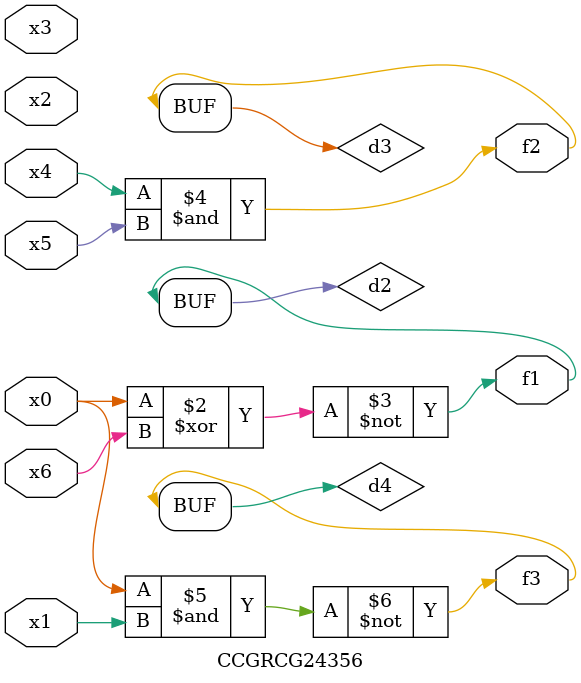
<source format=v>
module CCGRCG24356(
	input x0, x1, x2, x3, x4, x5, x6,
	output f1, f2, f3
);

	wire d1, d2, d3, d4;

	nor (d1, x0);
	xnor (d2, x0, x6);
	and (d3, x4, x5);
	nand (d4, x0, x1);
	assign f1 = d2;
	assign f2 = d3;
	assign f3 = d4;
endmodule

</source>
